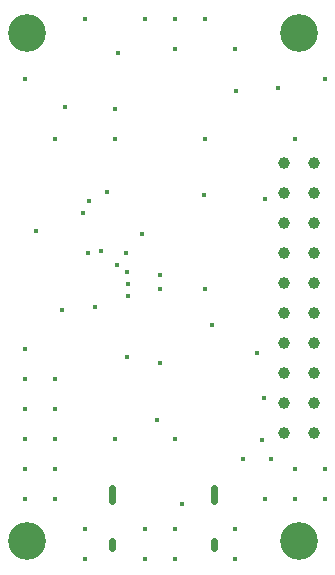
<source format=gbr>
%TF.GenerationSoftware,KiCad,Pcbnew,7.0.11-rc3*%
%TF.CreationDate,2025-03-16T23:25:56+08:00*%
%TF.ProjectId,cooling_DAQ,636f6f6c-696e-4675-9f44-41512e6b6963,rev?*%
%TF.SameCoordinates,Original*%
%TF.FileFunction,Plated,1,2,PTH,Mixed*%
%TF.FilePolarity,Positive*%
%FSLAX46Y46*%
G04 Gerber Fmt 4.6, Leading zero omitted, Abs format (unit mm)*
G04 Created by KiCad (PCBNEW 7.0.11-rc3) date 2025-03-16 23:25:56*
%MOMM*%
%LPD*%
G01*
G04 APERTURE LIST*
%TA.AperFunction,ViaDrill*%
%ADD10C,0.400000*%
%TD*%
G04 aperture for slot hole*
%TA.AperFunction,ComponentDrill*%
%ADD11C,0.600000*%
%TD*%
%TA.AperFunction,ComponentDrill*%
%ADD12C,1.000000*%
%TD*%
%TA.AperFunction,ComponentDrill*%
%ADD13C,3.200000*%
%TD*%
G04 APERTURE END LIST*
D10*
X135330000Y-101410000D03*
X135330000Y-124270000D03*
X135330000Y-126810000D03*
X135330000Y-129350000D03*
X135330000Y-131890000D03*
X135330000Y-134430000D03*
X135330000Y-136970000D03*
X136250000Y-114250000D03*
X137870000Y-106490000D03*
X137870000Y-126810000D03*
X137870000Y-129350000D03*
X137870000Y-131890000D03*
X137870000Y-134430000D03*
X137870000Y-136970000D03*
X138500000Y-121000000D03*
X138750000Y-103750000D03*
X140275500Y-112750000D03*
X140410000Y-96330000D03*
X140410000Y-139510000D03*
X140410000Y-142050000D03*
X140637299Y-116112701D03*
X140750451Y-111775049D03*
X141250000Y-120750000D03*
X141800000Y-116000000D03*
X142250000Y-111000000D03*
X142950000Y-103950000D03*
X142950000Y-106490000D03*
X142950000Y-131890000D03*
X143168363Y-117195576D03*
X143250000Y-99250000D03*
X143875985Y-116150583D03*
X143962829Y-124911513D03*
X144000000Y-117750000D03*
X144075500Y-118750000D03*
X144075500Y-119749503D03*
X145250000Y-114500000D03*
X145490000Y-96330000D03*
X145490000Y-139510000D03*
X145490000Y-142050000D03*
X146500000Y-130250000D03*
X146750000Y-125500000D03*
X146800000Y-118000000D03*
X146800000Y-119200000D03*
X148030000Y-96330000D03*
X148030000Y-98870000D03*
X148030000Y-131890000D03*
X148030000Y-139510000D03*
X148030000Y-142050000D03*
X148600000Y-137400000D03*
X150500000Y-111250000D03*
X150570000Y-96330000D03*
X150570000Y-106490000D03*
X150570000Y-119190000D03*
X151200000Y-122275000D03*
X153110000Y-98870000D03*
X153110000Y-139510000D03*
X153110000Y-142050000D03*
X153200000Y-102400000D03*
X153800000Y-133600000D03*
X155000000Y-124600000D03*
X155400000Y-132000000D03*
X155600000Y-128400000D03*
X155650000Y-111570000D03*
X155650000Y-136970000D03*
X156200000Y-133600000D03*
X156800000Y-102200000D03*
X158190000Y-106490000D03*
X158190000Y-134430000D03*
X158190000Y-136970000D03*
X160730000Y-101410000D03*
X160730000Y-134430000D03*
X160730000Y-136970000D03*
D11*
%TO.C,J7*%
X142680000Y-137170000D02*
X142680000Y-136070000D01*
X142680000Y-141100000D02*
X142680000Y-140500000D01*
X151320000Y-137170000D02*
X151320000Y-136070000D01*
X151320000Y-141100000D02*
X151320000Y-140500000D01*
D12*
%TO.C,J1*%
X157250000Y-108510000D03*
X157250000Y-111050000D03*
X157250000Y-113590000D03*
X157250000Y-116130000D03*
X157250000Y-118670000D03*
X157250000Y-121210000D03*
X157250000Y-123750000D03*
X157250000Y-126290000D03*
X157250000Y-128830000D03*
X157250000Y-131370000D03*
X159790000Y-108510000D03*
X159790000Y-111050000D03*
X159790000Y-113590000D03*
X159790000Y-116130000D03*
X159790000Y-118670000D03*
X159790000Y-121210000D03*
X159790000Y-123750000D03*
X159790000Y-126290000D03*
X159790000Y-128830000D03*
X159790000Y-131370000D03*
D13*
%TO.C,H2*%
X135500000Y-97500000D03*
%TO.C,H3*%
X135500000Y-140500000D03*
%TO.C,H1*%
X158500000Y-97500000D03*
%TO.C,H4*%
X158500000Y-140500000D03*
M02*

</source>
